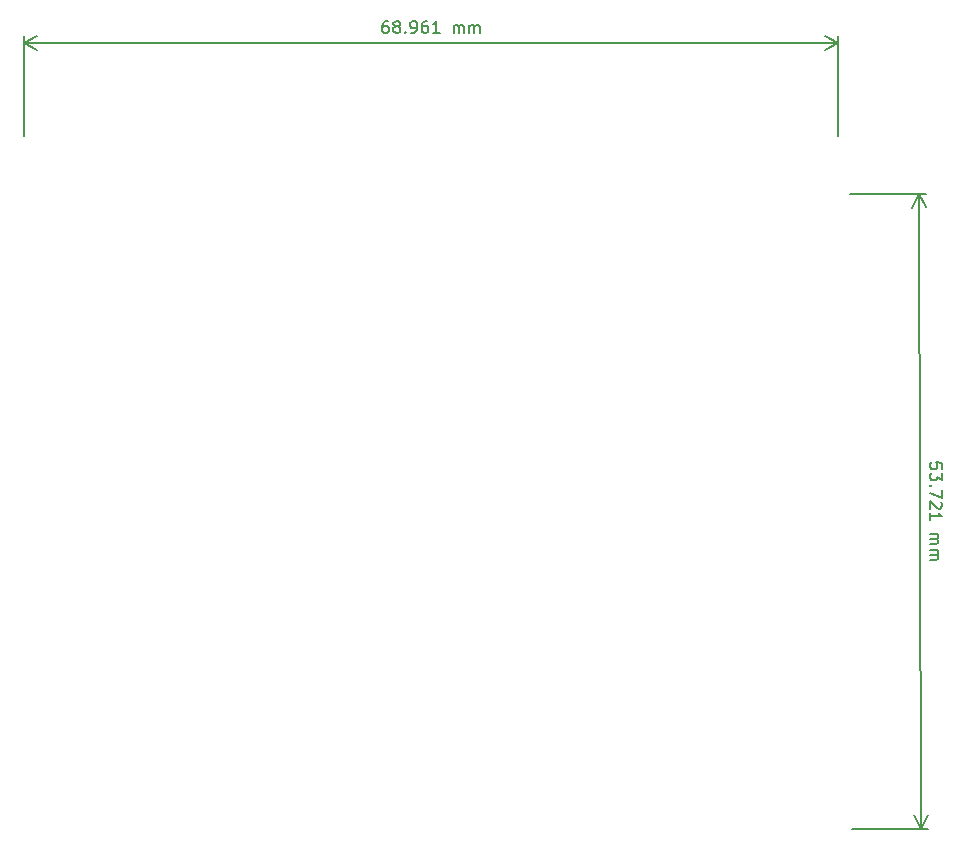
<source format=gbr>
G04 #@! TF.GenerationSoftware,KiCad,Pcbnew,(5.1.4-0-10_14)*
G04 #@! TF.CreationDate,2020-06-11T20:45:35+02:00*
G04 #@! TF.ProjectId,zArduino,7a417264-7569-46e6-9f2e-6b696361645f,rev?*
G04 #@! TF.SameCoordinates,Original*
G04 #@! TF.FileFunction,Other,ECO1*
%FSLAX46Y46*%
G04 Gerber Fmt 4.6, Leading zero omitted, Abs format (unit mm)*
G04 Created by KiCad (PCBNEW (5.1.4-0-10_14)) date 2020-06-11 20:45:35*
%MOMM*%
%LPD*%
G04 APERTURE LIST*
%ADD10C,0.150000*%
G04 APERTURE END LIST*
D10*
X196720824Y-96375282D02*
X196719699Y-95899093D01*
X196243397Y-95852600D01*
X196291128Y-95900106D01*
X196338972Y-95995232D01*
X196339535Y-96233326D01*
X196292142Y-96328677D01*
X196244635Y-96376408D01*
X196149510Y-96424252D01*
X195911415Y-96424815D01*
X195816065Y-96377421D01*
X195768334Y-96329915D01*
X195720489Y-96234790D01*
X195719927Y-95996695D01*
X195767320Y-95901345D01*
X195814827Y-95853613D01*
X196721725Y-96756234D02*
X196723188Y-97375280D01*
X196341449Y-97042848D01*
X196341787Y-97185705D01*
X196294393Y-97281055D01*
X196246887Y-97328786D01*
X196151761Y-97376630D01*
X195913667Y-97377193D01*
X195818316Y-97329800D01*
X195770585Y-97282293D01*
X195722741Y-97187168D01*
X195722065Y-96901455D01*
X195769459Y-96806104D01*
X195816966Y-96758373D01*
X195819442Y-97805989D02*
X195771936Y-97853720D01*
X195724204Y-97806214D01*
X195771711Y-97758482D01*
X195819442Y-97805989D01*
X195724204Y-97806214D01*
X196725102Y-98184801D02*
X196726678Y-98851466D01*
X195725668Y-98425260D01*
X196632228Y-99185023D02*
X196679960Y-99232530D01*
X196727804Y-99327655D01*
X196728367Y-99565750D01*
X196680973Y-99661100D01*
X196633467Y-99708832D01*
X196538341Y-99756676D01*
X196443104Y-99756901D01*
X196300134Y-99709620D01*
X195727356Y-99139543D01*
X195728820Y-99758589D01*
X195731071Y-100710968D02*
X195729721Y-100139541D01*
X195730396Y-100425254D02*
X196730393Y-100422890D01*
X196587311Y-100327990D01*
X196491848Y-100232977D01*
X196444004Y-100137852D01*
X195733886Y-101901441D02*
X196400551Y-101899864D01*
X196305313Y-101900090D02*
X196353044Y-101947596D01*
X196400888Y-102042721D01*
X196401226Y-102185578D01*
X196353832Y-102280928D01*
X196258707Y-102328772D01*
X195734899Y-102330011D01*
X196258707Y-102328772D02*
X196354057Y-102376166D01*
X196401901Y-102471291D01*
X196402239Y-102614148D01*
X196354845Y-102709499D01*
X196259720Y-102757343D01*
X195735912Y-102758581D01*
X195737038Y-103234770D02*
X196403703Y-103233194D01*
X196308465Y-103233419D02*
X196356196Y-103280926D01*
X196404040Y-103376051D01*
X196404378Y-103518908D01*
X196356984Y-103614258D01*
X196261859Y-103662102D01*
X195738051Y-103663340D01*
X196261859Y-103662102D02*
X196357209Y-103709496D01*
X196405054Y-103804621D01*
X196405391Y-103947478D01*
X196357998Y-104042828D01*
X196262872Y-104090672D01*
X195739064Y-104091911D01*
X194818267Y-73138188D02*
X194945267Y-126859188D01*
X188976000Y-73152000D02*
X195404686Y-73136802D01*
X189103000Y-126873000D02*
X195531686Y-126857802D01*
X194945267Y-126859188D02*
X194356185Y-125734074D01*
X194945267Y-126859188D02*
X195529023Y-125731301D01*
X194818267Y-73138188D02*
X194234511Y-74266075D01*
X194818267Y-73138188D02*
X195407349Y-74263302D01*
X149812833Y-58477380D02*
X149622357Y-58477380D01*
X149527119Y-58525000D01*
X149479500Y-58572619D01*
X149384261Y-58715476D01*
X149336642Y-58905952D01*
X149336642Y-59286904D01*
X149384261Y-59382142D01*
X149431880Y-59429761D01*
X149527119Y-59477380D01*
X149717595Y-59477380D01*
X149812833Y-59429761D01*
X149860452Y-59382142D01*
X149908071Y-59286904D01*
X149908071Y-59048809D01*
X149860452Y-58953571D01*
X149812833Y-58905952D01*
X149717595Y-58858333D01*
X149527119Y-58858333D01*
X149431880Y-58905952D01*
X149384261Y-58953571D01*
X149336642Y-59048809D01*
X150479500Y-58905952D02*
X150384261Y-58858333D01*
X150336642Y-58810714D01*
X150289023Y-58715476D01*
X150289023Y-58667857D01*
X150336642Y-58572619D01*
X150384261Y-58525000D01*
X150479500Y-58477380D01*
X150669976Y-58477380D01*
X150765214Y-58525000D01*
X150812833Y-58572619D01*
X150860452Y-58667857D01*
X150860452Y-58715476D01*
X150812833Y-58810714D01*
X150765214Y-58858333D01*
X150669976Y-58905952D01*
X150479500Y-58905952D01*
X150384261Y-58953571D01*
X150336642Y-59001190D01*
X150289023Y-59096428D01*
X150289023Y-59286904D01*
X150336642Y-59382142D01*
X150384261Y-59429761D01*
X150479500Y-59477380D01*
X150669976Y-59477380D01*
X150765214Y-59429761D01*
X150812833Y-59382142D01*
X150860452Y-59286904D01*
X150860452Y-59096428D01*
X150812833Y-59001190D01*
X150765214Y-58953571D01*
X150669976Y-58905952D01*
X151289023Y-59382142D02*
X151336642Y-59429761D01*
X151289023Y-59477380D01*
X151241404Y-59429761D01*
X151289023Y-59382142D01*
X151289023Y-59477380D01*
X151812833Y-59477380D02*
X152003309Y-59477380D01*
X152098547Y-59429761D01*
X152146166Y-59382142D01*
X152241404Y-59239285D01*
X152289023Y-59048809D01*
X152289023Y-58667857D01*
X152241404Y-58572619D01*
X152193785Y-58525000D01*
X152098547Y-58477380D01*
X151908071Y-58477380D01*
X151812833Y-58525000D01*
X151765214Y-58572619D01*
X151717595Y-58667857D01*
X151717595Y-58905952D01*
X151765214Y-59001190D01*
X151812833Y-59048809D01*
X151908071Y-59096428D01*
X152098547Y-59096428D01*
X152193785Y-59048809D01*
X152241404Y-59001190D01*
X152289023Y-58905952D01*
X153146166Y-58477380D02*
X152955690Y-58477380D01*
X152860452Y-58525000D01*
X152812833Y-58572619D01*
X152717595Y-58715476D01*
X152669976Y-58905952D01*
X152669976Y-59286904D01*
X152717595Y-59382142D01*
X152765214Y-59429761D01*
X152860452Y-59477380D01*
X153050928Y-59477380D01*
X153146166Y-59429761D01*
X153193785Y-59382142D01*
X153241404Y-59286904D01*
X153241404Y-59048809D01*
X153193785Y-58953571D01*
X153146166Y-58905952D01*
X153050928Y-58858333D01*
X152860452Y-58858333D01*
X152765214Y-58905952D01*
X152717595Y-58953571D01*
X152669976Y-59048809D01*
X154193785Y-59477380D02*
X153622357Y-59477380D01*
X153908071Y-59477380D02*
X153908071Y-58477380D01*
X153812833Y-58620238D01*
X153717595Y-58715476D01*
X153622357Y-58763095D01*
X155384261Y-59477380D02*
X155384261Y-58810714D01*
X155384261Y-58905952D02*
X155431880Y-58858333D01*
X155527119Y-58810714D01*
X155669976Y-58810714D01*
X155765214Y-58858333D01*
X155812833Y-58953571D01*
X155812833Y-59477380D01*
X155812833Y-58953571D02*
X155860452Y-58858333D01*
X155955690Y-58810714D01*
X156098547Y-58810714D01*
X156193785Y-58858333D01*
X156241404Y-58953571D01*
X156241404Y-59477380D01*
X156717595Y-59477380D02*
X156717595Y-58810714D01*
X156717595Y-58905952D02*
X156765214Y-58858333D01*
X156860452Y-58810714D01*
X157003309Y-58810714D01*
X157098547Y-58858333D01*
X157146166Y-58953571D01*
X157146166Y-59477380D01*
X157146166Y-58953571D02*
X157193785Y-58858333D01*
X157289023Y-58810714D01*
X157431880Y-58810714D01*
X157527119Y-58858333D01*
X157574738Y-58953571D01*
X157574738Y-59477380D01*
X118999000Y-60325000D02*
X187960000Y-60325000D01*
X118999000Y-68199000D02*
X118999000Y-59738579D01*
X187960000Y-68199000D02*
X187960000Y-59738579D01*
X187960000Y-60325000D02*
X186833496Y-60911421D01*
X187960000Y-60325000D02*
X186833496Y-59738579D01*
X118999000Y-60325000D02*
X120125504Y-60911421D01*
X118999000Y-60325000D02*
X120125504Y-59738579D01*
M02*

</source>
